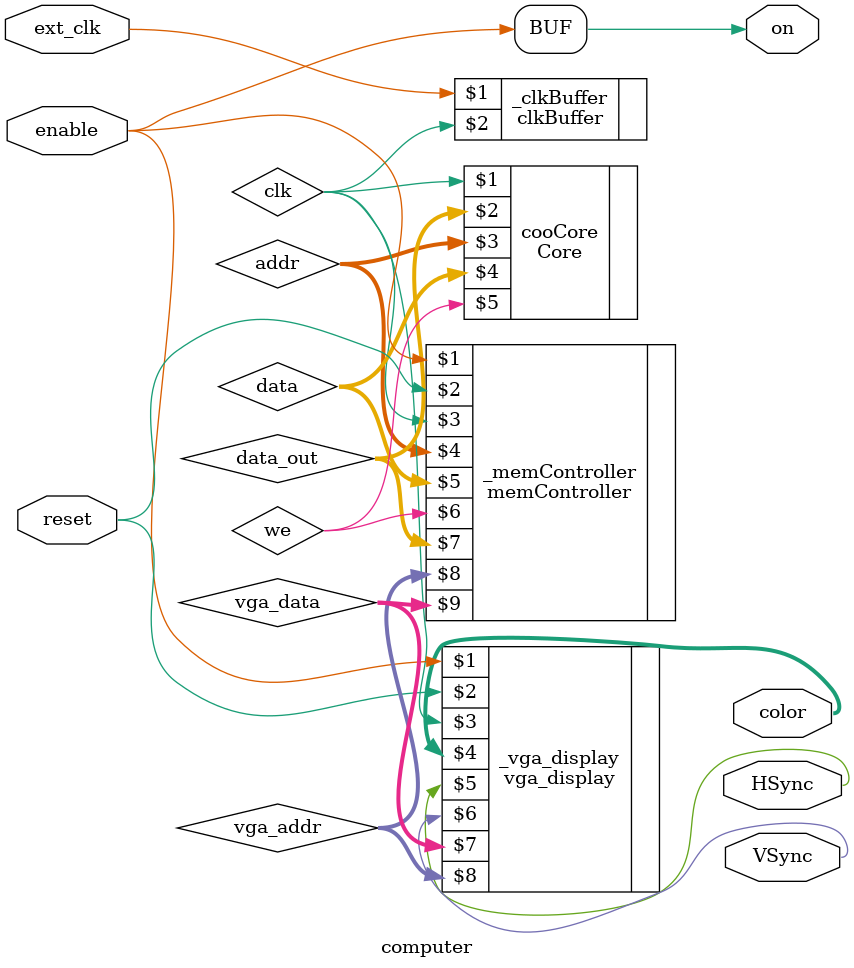
<source format=v>
`timescale 1ns / 1ps
module computer(
	input enable,
	input reset,
	input ext_clk,
	output [7:0] color, // rrr_ggg_bb
	output HSync,
	output VSync,
	output on // enable LED
    );
	 
	wire [14:0] addr;
	wire [15:0] data;
	wire we;
	wire [15:0] data_out;
	wire [14:0] vga_addr;
	wire [15:0] vga_data;
	 
	clkBuffer _clkBuffer(ext_clk, clk);
   
   Core cooCore(clk, data_out, addr, data, we);
	
	memController _memController(enable, reset, clk, addr, data, we, data_out, vga_addr, vga_data);
	vga_display _vga_display(enable, reset, clk, color, HSync, VSync, vga_data, vga_addr);

	assign on = enable;
	
endmodule

</source>
